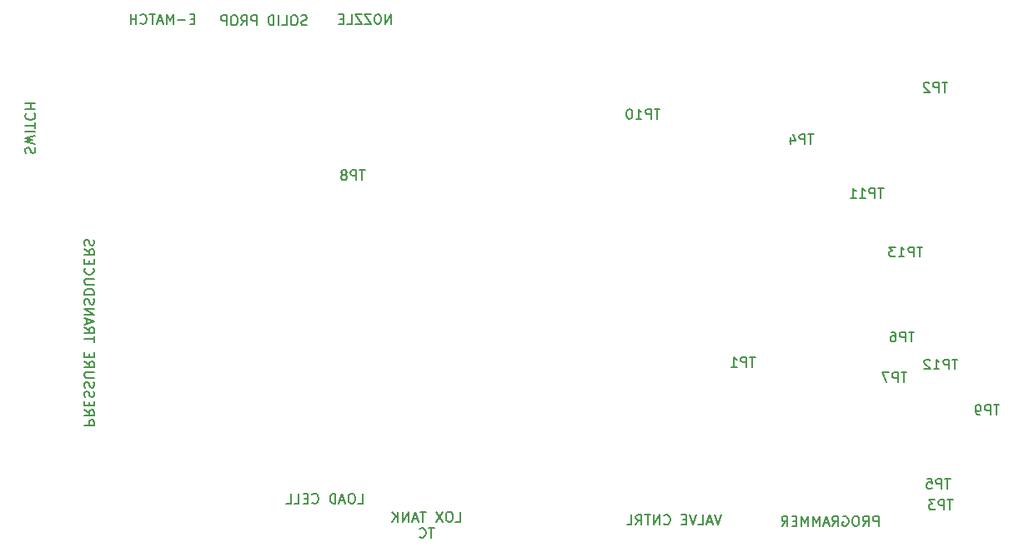
<source format=gbr>
%TF.GenerationSoftware,KiCad,Pcbnew,(6.0.5)*%
%TF.CreationDate,2022-05-28T08:12:23-07:00*%
%TF.ProjectId,Engine-Controller,456e6769-6e65-42d4-936f-6e74726f6c6c,1.0*%
%TF.SameCoordinates,Original*%
%TF.FileFunction,Legend,Bot*%
%TF.FilePolarity,Positive*%
%FSLAX46Y46*%
G04 Gerber Fmt 4.6, Leading zero omitted, Abs format (unit mm)*
G04 Created by KiCad (PCBNEW (6.0.5)) date 2022-05-28 08:12:23*
%MOMM*%
%LPD*%
G01*
G04 APERTURE LIST*
%ADD10C,0.203200*%
%ADD11C,0.150000*%
G04 APERTURE END LIST*
D10*
X87802961Y-111658400D02*
X87754580Y-111513257D01*
X87754580Y-111271352D01*
X87802961Y-111174590D01*
X87851342Y-111126209D01*
X87948104Y-111077828D01*
X88044866Y-111077828D01*
X88141628Y-111126209D01*
X88190009Y-111174590D01*
X88238390Y-111271352D01*
X88286771Y-111464876D01*
X88335152Y-111561638D01*
X88383533Y-111610019D01*
X88480295Y-111658400D01*
X88577057Y-111658400D01*
X88673819Y-111610019D01*
X88722200Y-111561638D01*
X88770580Y-111464876D01*
X88770580Y-111222971D01*
X88722200Y-111077828D01*
X88770580Y-110739161D02*
X87754580Y-110497257D01*
X88480295Y-110303733D01*
X87754580Y-110110209D01*
X88770580Y-109868304D01*
X87754580Y-109481257D02*
X88770580Y-109481257D01*
X88770580Y-109142590D02*
X88770580Y-108562019D01*
X87754580Y-108852304D02*
X88770580Y-108852304D01*
X87851342Y-107642780D02*
X87802961Y-107691161D01*
X87754580Y-107836304D01*
X87754580Y-107933066D01*
X87802961Y-108078209D01*
X87899723Y-108174971D01*
X87996485Y-108223352D01*
X88190009Y-108271733D01*
X88335152Y-108271733D01*
X88528676Y-108223352D01*
X88625438Y-108174971D01*
X88722200Y-108078209D01*
X88770580Y-107933066D01*
X88770580Y-107836304D01*
X88722200Y-107691161D01*
X88673819Y-107642780D01*
X87754580Y-107207352D02*
X88770580Y-107207352D01*
X88286771Y-107207352D02*
X88286771Y-106626780D01*
X87754580Y-106626780D02*
X88770580Y-106626780D01*
X121524485Y-147297019D02*
X122008295Y-147297019D01*
X122008295Y-146281019D01*
X120992295Y-146281019D02*
X120798771Y-146281019D01*
X120702009Y-146329400D01*
X120605247Y-146426161D01*
X120556866Y-146619685D01*
X120556866Y-146958352D01*
X120605247Y-147151876D01*
X120702009Y-147248638D01*
X120798771Y-147297019D01*
X120992295Y-147297019D01*
X121089057Y-147248638D01*
X121185819Y-147151876D01*
X121234200Y-146958352D01*
X121234200Y-146619685D01*
X121185819Y-146426161D01*
X121089057Y-146329400D01*
X120992295Y-146281019D01*
X120169819Y-147006733D02*
X119686009Y-147006733D01*
X120266580Y-147297019D02*
X119927914Y-146281019D01*
X119589247Y-147297019D01*
X119250580Y-147297019D02*
X119250580Y-146281019D01*
X119008676Y-146281019D01*
X118863533Y-146329400D01*
X118766771Y-146426161D01*
X118718390Y-146522923D01*
X118670009Y-146716447D01*
X118670009Y-146861590D01*
X118718390Y-147055114D01*
X118766771Y-147151876D01*
X118863533Y-147248638D01*
X119008676Y-147297019D01*
X119250580Y-147297019D01*
X116879914Y-147200257D02*
X116928295Y-147248638D01*
X117073438Y-147297019D01*
X117170200Y-147297019D01*
X117315342Y-147248638D01*
X117412104Y-147151876D01*
X117460485Y-147055114D01*
X117508866Y-146861590D01*
X117508866Y-146716447D01*
X117460485Y-146522923D01*
X117412104Y-146426161D01*
X117315342Y-146329400D01*
X117170200Y-146281019D01*
X117073438Y-146281019D01*
X116928295Y-146329400D01*
X116879914Y-146377780D01*
X116444485Y-146764828D02*
X116105819Y-146764828D01*
X115960676Y-147297019D02*
X116444485Y-147297019D01*
X116444485Y-146281019D01*
X115960676Y-146281019D01*
X115041438Y-147297019D02*
X115525247Y-147297019D01*
X115525247Y-146281019D01*
X114218961Y-147297019D02*
X114702771Y-147297019D01*
X114702771Y-146281019D01*
X174380676Y-149583019D02*
X174380676Y-148567019D01*
X173993628Y-148567019D01*
X173896866Y-148615400D01*
X173848485Y-148663780D01*
X173800104Y-148760542D01*
X173800104Y-148905685D01*
X173848485Y-149002447D01*
X173896866Y-149050828D01*
X173993628Y-149099209D01*
X174380676Y-149099209D01*
X172784104Y-149583019D02*
X173122771Y-149099209D01*
X173364676Y-149583019D02*
X173364676Y-148567019D01*
X172977628Y-148567019D01*
X172880866Y-148615400D01*
X172832485Y-148663780D01*
X172784104Y-148760542D01*
X172784104Y-148905685D01*
X172832485Y-149002447D01*
X172880866Y-149050828D01*
X172977628Y-149099209D01*
X173364676Y-149099209D01*
X172155152Y-148567019D02*
X171961628Y-148567019D01*
X171864866Y-148615400D01*
X171768104Y-148712161D01*
X171719723Y-148905685D01*
X171719723Y-149244352D01*
X171768104Y-149437876D01*
X171864866Y-149534638D01*
X171961628Y-149583019D01*
X172155152Y-149583019D01*
X172251914Y-149534638D01*
X172348676Y-149437876D01*
X172397057Y-149244352D01*
X172397057Y-148905685D01*
X172348676Y-148712161D01*
X172251914Y-148615400D01*
X172155152Y-148567019D01*
X170752104Y-148615400D02*
X170848866Y-148567019D01*
X170994009Y-148567019D01*
X171139152Y-148615400D01*
X171235914Y-148712161D01*
X171284295Y-148808923D01*
X171332676Y-149002447D01*
X171332676Y-149147590D01*
X171284295Y-149341114D01*
X171235914Y-149437876D01*
X171139152Y-149534638D01*
X170994009Y-149583019D01*
X170897247Y-149583019D01*
X170752104Y-149534638D01*
X170703723Y-149486257D01*
X170703723Y-149147590D01*
X170897247Y-149147590D01*
X169687723Y-149583019D02*
X170026390Y-149099209D01*
X170268295Y-149583019D02*
X170268295Y-148567019D01*
X169881247Y-148567019D01*
X169784485Y-148615400D01*
X169736104Y-148663780D01*
X169687723Y-148760542D01*
X169687723Y-148905685D01*
X169736104Y-149002447D01*
X169784485Y-149050828D01*
X169881247Y-149099209D01*
X170268295Y-149099209D01*
X169300676Y-149292733D02*
X168816866Y-149292733D01*
X169397438Y-149583019D02*
X169058771Y-148567019D01*
X168720104Y-149583019D01*
X168381438Y-149583019D02*
X168381438Y-148567019D01*
X168042771Y-149292733D01*
X167704104Y-148567019D01*
X167704104Y-149583019D01*
X167220295Y-149583019D02*
X167220295Y-148567019D01*
X166881628Y-149292733D01*
X166542961Y-148567019D01*
X166542961Y-149583019D01*
X166059152Y-149050828D02*
X165720485Y-149050828D01*
X165575342Y-149583019D02*
X166059152Y-149583019D01*
X166059152Y-148567019D01*
X165575342Y-148567019D01*
X164559342Y-149583019D02*
X164898009Y-149099209D01*
X165139914Y-149583019D02*
X165139914Y-148567019D01*
X164752866Y-148567019D01*
X164656104Y-148615400D01*
X164607723Y-148663780D01*
X164559342Y-148760542D01*
X164559342Y-148905685D01*
X164607723Y-149002447D01*
X164656104Y-149050828D01*
X164752866Y-149099209D01*
X165139914Y-149099209D01*
D11*
X104914295Y-97997971D02*
X104580961Y-97997971D01*
X104438104Y-98521780D02*
X104914295Y-98521780D01*
X104914295Y-97521780D01*
X104438104Y-97521780D01*
X104009533Y-98140828D02*
X103247628Y-98140828D01*
X102771438Y-98521780D02*
X102771438Y-97521780D01*
X102438104Y-98236066D01*
X102104771Y-97521780D01*
X102104771Y-98521780D01*
X101676200Y-98236066D02*
X101200009Y-98236066D01*
X101771438Y-98521780D02*
X101438104Y-97521780D01*
X101104771Y-98521780D01*
X100914295Y-97521780D02*
X100342866Y-97521780D01*
X100628580Y-98521780D02*
X100628580Y-97521780D01*
X99438104Y-98426542D02*
X99485723Y-98474161D01*
X99628580Y-98521780D01*
X99723819Y-98521780D01*
X99866676Y-98474161D01*
X99961914Y-98378923D01*
X100009533Y-98283685D01*
X100057152Y-98093209D01*
X100057152Y-97950352D01*
X100009533Y-97759876D01*
X99961914Y-97664638D01*
X99866676Y-97569400D01*
X99723819Y-97521780D01*
X99628580Y-97521780D01*
X99485723Y-97569400D01*
X99438104Y-97617019D01*
X99009533Y-98521780D02*
X99009533Y-97521780D01*
X99009533Y-97997971D02*
X98438104Y-97997971D01*
X98438104Y-98521780D02*
X98438104Y-97521780D01*
D10*
X131424438Y-149146139D02*
X131908247Y-149146139D01*
X131908247Y-148130139D01*
X130892247Y-148130139D02*
X130698723Y-148130139D01*
X130601961Y-148178520D01*
X130505200Y-148275281D01*
X130456819Y-148468805D01*
X130456819Y-148807472D01*
X130505200Y-149000996D01*
X130601961Y-149097758D01*
X130698723Y-149146139D01*
X130892247Y-149146139D01*
X130989009Y-149097758D01*
X131085771Y-149000996D01*
X131134152Y-148807472D01*
X131134152Y-148468805D01*
X131085771Y-148275281D01*
X130989009Y-148178520D01*
X130892247Y-148130139D01*
X130118152Y-148130139D02*
X129440819Y-149146139D01*
X129440819Y-148130139D02*
X130118152Y-149146139D01*
X128424819Y-148130139D02*
X127844247Y-148130139D01*
X128134533Y-149146139D02*
X128134533Y-148130139D01*
X127553961Y-148855853D02*
X127070152Y-148855853D01*
X127650723Y-149146139D02*
X127312057Y-148130139D01*
X126973390Y-149146139D01*
X126634723Y-149146139D02*
X126634723Y-148130139D01*
X126054152Y-149146139D01*
X126054152Y-148130139D01*
X125570342Y-149146139D02*
X125570342Y-148130139D01*
X124989771Y-149146139D02*
X125425200Y-148565567D01*
X124989771Y-148130139D02*
X125570342Y-148710710D01*
X129271485Y-149765899D02*
X128690914Y-149765899D01*
X128981200Y-150781899D02*
X128981200Y-149765899D01*
X127771676Y-150685137D02*
X127820057Y-150733518D01*
X127965200Y-150781899D01*
X128061961Y-150781899D01*
X128207104Y-150733518D01*
X128303866Y-150636756D01*
X128352247Y-150539994D01*
X128400628Y-150346470D01*
X128400628Y-150201327D01*
X128352247Y-150007803D01*
X128303866Y-149911041D01*
X128207104Y-149814280D01*
X128061961Y-149765899D01*
X127965200Y-149765899D01*
X127820057Y-149814280D01*
X127771676Y-149862660D01*
D11*
X124869247Y-98521780D02*
X124869247Y-97521780D01*
X124297819Y-98521780D01*
X124297819Y-97521780D01*
X123631152Y-97521780D02*
X123440676Y-97521780D01*
X123345438Y-97569400D01*
X123250200Y-97664638D01*
X123202580Y-97855114D01*
X123202580Y-98188447D01*
X123250200Y-98378923D01*
X123345438Y-98474161D01*
X123440676Y-98521780D01*
X123631152Y-98521780D01*
X123726390Y-98474161D01*
X123821628Y-98378923D01*
X123869247Y-98188447D01*
X123869247Y-97855114D01*
X123821628Y-97664638D01*
X123726390Y-97569400D01*
X123631152Y-97521780D01*
X122869247Y-97521780D02*
X122202580Y-97521780D01*
X122869247Y-98521780D01*
X122202580Y-98521780D01*
X121916866Y-97521780D02*
X121250200Y-97521780D01*
X121916866Y-98521780D01*
X121250200Y-98521780D01*
X120393057Y-98521780D02*
X120869247Y-98521780D01*
X120869247Y-97521780D01*
X120059723Y-97997971D02*
X119726390Y-97997971D01*
X119583533Y-98521780D02*
X120059723Y-98521780D01*
X120059723Y-97521780D01*
X119583533Y-97521780D01*
X116320342Y-98601161D02*
X116177485Y-98648780D01*
X115939390Y-98648780D01*
X115844152Y-98601161D01*
X115796533Y-98553542D01*
X115748914Y-98458304D01*
X115748914Y-98363066D01*
X115796533Y-98267828D01*
X115844152Y-98220209D01*
X115939390Y-98172590D01*
X116129866Y-98124971D01*
X116225104Y-98077352D01*
X116272723Y-98029733D01*
X116320342Y-97934495D01*
X116320342Y-97839257D01*
X116272723Y-97744019D01*
X116225104Y-97696400D01*
X116129866Y-97648780D01*
X115891771Y-97648780D01*
X115748914Y-97696400D01*
X115129866Y-97648780D02*
X114939390Y-97648780D01*
X114844152Y-97696400D01*
X114748914Y-97791638D01*
X114701295Y-97982114D01*
X114701295Y-98315447D01*
X114748914Y-98505923D01*
X114844152Y-98601161D01*
X114939390Y-98648780D01*
X115129866Y-98648780D01*
X115225104Y-98601161D01*
X115320342Y-98505923D01*
X115367961Y-98315447D01*
X115367961Y-97982114D01*
X115320342Y-97791638D01*
X115225104Y-97696400D01*
X115129866Y-97648780D01*
X113796533Y-98648780D02*
X114272723Y-98648780D01*
X114272723Y-97648780D01*
X113463200Y-98648780D02*
X113463200Y-97648780D01*
X112987009Y-98648780D02*
X112987009Y-97648780D01*
X112748914Y-97648780D01*
X112606057Y-97696400D01*
X112510819Y-97791638D01*
X112463200Y-97886876D01*
X112415580Y-98077352D01*
X112415580Y-98220209D01*
X112463200Y-98410685D01*
X112510819Y-98505923D01*
X112606057Y-98601161D01*
X112748914Y-98648780D01*
X112987009Y-98648780D01*
X111225104Y-98648780D02*
X111225104Y-97648780D01*
X110844152Y-97648780D01*
X110748914Y-97696400D01*
X110701295Y-97744019D01*
X110653676Y-97839257D01*
X110653676Y-97982114D01*
X110701295Y-98077352D01*
X110748914Y-98124971D01*
X110844152Y-98172590D01*
X111225104Y-98172590D01*
X109653676Y-98648780D02*
X109987009Y-98172590D01*
X110225104Y-98648780D02*
X110225104Y-97648780D01*
X109844152Y-97648780D01*
X109748914Y-97696400D01*
X109701295Y-97744019D01*
X109653676Y-97839257D01*
X109653676Y-97982114D01*
X109701295Y-98077352D01*
X109748914Y-98124971D01*
X109844152Y-98172590D01*
X110225104Y-98172590D01*
X109034628Y-97648780D02*
X108844152Y-97648780D01*
X108748914Y-97696400D01*
X108653676Y-97791638D01*
X108606057Y-97982114D01*
X108606057Y-98315447D01*
X108653676Y-98505923D01*
X108748914Y-98601161D01*
X108844152Y-98648780D01*
X109034628Y-98648780D01*
X109129866Y-98601161D01*
X109225104Y-98505923D01*
X109272723Y-98315447D01*
X109272723Y-97982114D01*
X109225104Y-97791638D01*
X109129866Y-97696400D01*
X109034628Y-97648780D01*
X108177485Y-98648780D02*
X108177485Y-97648780D01*
X107796533Y-97648780D01*
X107701295Y-97696400D01*
X107653676Y-97744019D01*
X107606057Y-97839257D01*
X107606057Y-97982114D01*
X107653676Y-98077352D01*
X107701295Y-98124971D01*
X107796533Y-98172590D01*
X108177485Y-98172590D01*
D10*
X158433104Y-148440019D02*
X158094438Y-149456019D01*
X157755771Y-148440019D01*
X157465485Y-149165733D02*
X156981676Y-149165733D01*
X157562247Y-149456019D02*
X157223580Y-148440019D01*
X156884914Y-149456019D01*
X156062438Y-149456019D02*
X156546247Y-149456019D01*
X156546247Y-148440019D01*
X155868914Y-148440019D02*
X155530247Y-149456019D01*
X155191580Y-148440019D01*
X154852914Y-148923828D02*
X154514247Y-148923828D01*
X154369104Y-149456019D02*
X154852914Y-149456019D01*
X154852914Y-148440019D01*
X154369104Y-148440019D01*
X152579009Y-149359257D02*
X152627390Y-149407638D01*
X152772533Y-149456019D01*
X152869295Y-149456019D01*
X153014438Y-149407638D01*
X153111200Y-149310876D01*
X153159580Y-149214114D01*
X153207961Y-149020590D01*
X153207961Y-148875447D01*
X153159580Y-148681923D01*
X153111200Y-148585161D01*
X153014438Y-148488400D01*
X152869295Y-148440019D01*
X152772533Y-148440019D01*
X152627390Y-148488400D01*
X152579009Y-148536780D01*
X152143580Y-149456019D02*
X152143580Y-148440019D01*
X151563009Y-149456019D01*
X151563009Y-148440019D01*
X151224342Y-148440019D02*
X150643771Y-148440019D01*
X150934057Y-149456019D02*
X150934057Y-148440019D01*
X149724533Y-149456019D02*
X150063200Y-148972209D01*
X150305104Y-149456019D02*
X150305104Y-148440019D01*
X149918057Y-148440019D01*
X149821295Y-148488400D01*
X149772914Y-148536780D01*
X149724533Y-148633542D01*
X149724533Y-148778685D01*
X149772914Y-148875447D01*
X149821295Y-148923828D01*
X149918057Y-148972209D01*
X150305104Y-148972209D01*
X148805295Y-149456019D02*
X149289104Y-149456019D01*
X149289104Y-148440019D01*
X93723580Y-139380685D02*
X94739580Y-139380685D01*
X94739580Y-138993638D01*
X94691200Y-138896876D01*
X94642819Y-138848495D01*
X94546057Y-138800114D01*
X94400914Y-138800114D01*
X94304152Y-138848495D01*
X94255771Y-138896876D01*
X94207390Y-138993638D01*
X94207390Y-139380685D01*
X93723580Y-137784114D02*
X94207390Y-138122780D01*
X93723580Y-138364685D02*
X94739580Y-138364685D01*
X94739580Y-137977638D01*
X94691200Y-137880876D01*
X94642819Y-137832495D01*
X94546057Y-137784114D01*
X94400914Y-137784114D01*
X94304152Y-137832495D01*
X94255771Y-137880876D01*
X94207390Y-137977638D01*
X94207390Y-138364685D01*
X94255771Y-137348685D02*
X94255771Y-137010019D01*
X93723580Y-136864876D02*
X93723580Y-137348685D01*
X94739580Y-137348685D01*
X94739580Y-136864876D01*
X93771961Y-136477828D02*
X93723580Y-136332685D01*
X93723580Y-136090780D01*
X93771961Y-135994019D01*
X93820342Y-135945638D01*
X93917104Y-135897257D01*
X94013866Y-135897257D01*
X94110628Y-135945638D01*
X94159009Y-135994019D01*
X94207390Y-136090780D01*
X94255771Y-136284304D01*
X94304152Y-136381066D01*
X94352533Y-136429447D01*
X94449295Y-136477828D01*
X94546057Y-136477828D01*
X94642819Y-136429447D01*
X94691200Y-136381066D01*
X94739580Y-136284304D01*
X94739580Y-136042400D01*
X94691200Y-135897257D01*
X93771961Y-135510209D02*
X93723580Y-135365066D01*
X93723580Y-135123161D01*
X93771961Y-135026400D01*
X93820342Y-134978019D01*
X93917104Y-134929638D01*
X94013866Y-134929638D01*
X94110628Y-134978019D01*
X94159009Y-135026400D01*
X94207390Y-135123161D01*
X94255771Y-135316685D01*
X94304152Y-135413447D01*
X94352533Y-135461828D01*
X94449295Y-135510209D01*
X94546057Y-135510209D01*
X94642819Y-135461828D01*
X94691200Y-135413447D01*
X94739580Y-135316685D01*
X94739580Y-135074780D01*
X94691200Y-134929638D01*
X94739580Y-134494209D02*
X93917104Y-134494209D01*
X93820342Y-134445828D01*
X93771961Y-134397447D01*
X93723580Y-134300685D01*
X93723580Y-134107161D01*
X93771961Y-134010400D01*
X93820342Y-133962019D01*
X93917104Y-133913638D01*
X94739580Y-133913638D01*
X93723580Y-132849257D02*
X94207390Y-133187923D01*
X93723580Y-133429828D02*
X94739580Y-133429828D01*
X94739580Y-133042780D01*
X94691200Y-132946019D01*
X94642819Y-132897638D01*
X94546057Y-132849257D01*
X94400914Y-132849257D01*
X94304152Y-132897638D01*
X94255771Y-132946019D01*
X94207390Y-133042780D01*
X94207390Y-133429828D01*
X94255771Y-132413828D02*
X94255771Y-132075161D01*
X93723580Y-131930019D02*
X93723580Y-132413828D01*
X94739580Y-132413828D01*
X94739580Y-131930019D01*
X94739580Y-130865638D02*
X94739580Y-130285066D01*
X93723580Y-130575352D02*
X94739580Y-130575352D01*
X93723580Y-129365828D02*
X94207390Y-129704495D01*
X93723580Y-129946400D02*
X94739580Y-129946400D01*
X94739580Y-129559352D01*
X94691200Y-129462590D01*
X94642819Y-129414209D01*
X94546057Y-129365828D01*
X94400914Y-129365828D01*
X94304152Y-129414209D01*
X94255771Y-129462590D01*
X94207390Y-129559352D01*
X94207390Y-129946400D01*
X94013866Y-128978780D02*
X94013866Y-128494971D01*
X93723580Y-129075542D02*
X94739580Y-128736876D01*
X93723580Y-128398209D01*
X93723580Y-128059542D02*
X94739580Y-128059542D01*
X93723580Y-127478971D01*
X94739580Y-127478971D01*
X93771961Y-127043542D02*
X93723580Y-126898400D01*
X93723580Y-126656495D01*
X93771961Y-126559733D01*
X93820342Y-126511352D01*
X93917104Y-126462971D01*
X94013866Y-126462971D01*
X94110628Y-126511352D01*
X94159009Y-126559733D01*
X94207390Y-126656495D01*
X94255771Y-126850019D01*
X94304152Y-126946780D01*
X94352533Y-126995161D01*
X94449295Y-127043542D01*
X94546057Y-127043542D01*
X94642819Y-126995161D01*
X94691200Y-126946780D01*
X94739580Y-126850019D01*
X94739580Y-126608114D01*
X94691200Y-126462971D01*
X93723580Y-126027542D02*
X94739580Y-126027542D01*
X94739580Y-125785638D01*
X94691200Y-125640495D01*
X94594438Y-125543733D01*
X94497676Y-125495352D01*
X94304152Y-125446971D01*
X94159009Y-125446971D01*
X93965485Y-125495352D01*
X93868723Y-125543733D01*
X93771961Y-125640495D01*
X93723580Y-125785638D01*
X93723580Y-126027542D01*
X94739580Y-125011542D02*
X93917104Y-125011542D01*
X93820342Y-124963161D01*
X93771961Y-124914780D01*
X93723580Y-124818019D01*
X93723580Y-124624495D01*
X93771961Y-124527733D01*
X93820342Y-124479352D01*
X93917104Y-124430971D01*
X94739580Y-124430971D01*
X93820342Y-123366590D02*
X93771961Y-123414971D01*
X93723580Y-123560114D01*
X93723580Y-123656876D01*
X93771961Y-123802019D01*
X93868723Y-123898780D01*
X93965485Y-123947161D01*
X94159009Y-123995542D01*
X94304152Y-123995542D01*
X94497676Y-123947161D01*
X94594438Y-123898780D01*
X94691200Y-123802019D01*
X94739580Y-123656876D01*
X94739580Y-123560114D01*
X94691200Y-123414971D01*
X94642819Y-123366590D01*
X94255771Y-122931161D02*
X94255771Y-122592495D01*
X93723580Y-122447352D02*
X93723580Y-122931161D01*
X94739580Y-122931161D01*
X94739580Y-122447352D01*
X93723580Y-121431352D02*
X94207390Y-121770019D01*
X93723580Y-122011923D02*
X94739580Y-122011923D01*
X94739580Y-121624876D01*
X94691200Y-121528114D01*
X94642819Y-121479733D01*
X94546057Y-121431352D01*
X94400914Y-121431352D01*
X94304152Y-121479733D01*
X94255771Y-121528114D01*
X94207390Y-121624876D01*
X94207390Y-122011923D01*
X93771961Y-121044304D02*
X93723580Y-120899161D01*
X93723580Y-120657257D01*
X93771961Y-120560495D01*
X93820342Y-120512114D01*
X93917104Y-120463733D01*
X94013866Y-120463733D01*
X94110628Y-120512114D01*
X94159009Y-120560495D01*
X94207390Y-120657257D01*
X94255771Y-120850780D01*
X94304152Y-120947542D01*
X94352533Y-120995923D01*
X94449295Y-121044304D01*
X94546057Y-121044304D01*
X94642819Y-120995923D01*
X94691200Y-120947542D01*
X94739580Y-120850780D01*
X94739580Y-120608876D01*
X94691200Y-120463733D01*
D11*
%TO.C,TP1*%
X161866104Y-132395980D02*
X161294676Y-132395980D01*
X161580390Y-133395980D02*
X161580390Y-132395980D01*
X160961342Y-133395980D02*
X160961342Y-132395980D01*
X160580390Y-132395980D01*
X160485152Y-132443600D01*
X160437533Y-132491219D01*
X160389914Y-132586457D01*
X160389914Y-132729314D01*
X160437533Y-132824552D01*
X160485152Y-132872171D01*
X160580390Y-132919790D01*
X160961342Y-132919790D01*
X159437533Y-133395980D02*
X160008961Y-133395980D01*
X159723247Y-133395980D02*
X159723247Y-132395980D01*
X159818485Y-132538838D01*
X159913723Y-132634076D01*
X160008961Y-132681695D01*
%TO.C,TP3*%
X181932104Y-146924780D02*
X181360676Y-146924780D01*
X181646390Y-147924780D02*
X181646390Y-146924780D01*
X181027342Y-147924780D02*
X181027342Y-146924780D01*
X180646390Y-146924780D01*
X180551152Y-146972400D01*
X180503533Y-147020019D01*
X180455914Y-147115257D01*
X180455914Y-147258114D01*
X180503533Y-147353352D01*
X180551152Y-147400971D01*
X180646390Y-147448590D01*
X181027342Y-147448590D01*
X180122580Y-146924780D02*
X179503533Y-146924780D01*
X179836866Y-147305733D01*
X179694009Y-147305733D01*
X179598771Y-147353352D01*
X179551152Y-147400971D01*
X179503533Y-147496209D01*
X179503533Y-147734304D01*
X179551152Y-147829542D01*
X179598771Y-147877161D01*
X179694009Y-147924780D01*
X179979723Y-147924780D01*
X180074961Y-147877161D01*
X180122580Y-147829542D01*
%TO.C,TP4*%
X167797004Y-109739180D02*
X167225576Y-109739180D01*
X167511290Y-110739180D02*
X167511290Y-109739180D01*
X166892242Y-110739180D02*
X166892242Y-109739180D01*
X166511290Y-109739180D01*
X166416052Y-109786800D01*
X166368433Y-109834419D01*
X166320814Y-109929657D01*
X166320814Y-110072514D01*
X166368433Y-110167752D01*
X166416052Y-110215371D01*
X166511290Y-110262990D01*
X166892242Y-110262990D01*
X165463671Y-110072514D02*
X165463671Y-110739180D01*
X165701766Y-109691561D02*
X165939861Y-110405847D01*
X165320814Y-110405847D01*
%TO.C,TP5*%
X181678104Y-144765780D02*
X181106676Y-144765780D01*
X181392390Y-145765780D02*
X181392390Y-144765780D01*
X180773342Y-145765780D02*
X180773342Y-144765780D01*
X180392390Y-144765780D01*
X180297152Y-144813400D01*
X180249533Y-144861019D01*
X180201914Y-144956257D01*
X180201914Y-145099114D01*
X180249533Y-145194352D01*
X180297152Y-145241971D01*
X180392390Y-145289590D01*
X180773342Y-145289590D01*
X179297152Y-144765780D02*
X179773342Y-144765780D01*
X179820961Y-145241971D01*
X179773342Y-145194352D01*
X179678104Y-145146733D01*
X179440009Y-145146733D01*
X179344771Y-145194352D01*
X179297152Y-145241971D01*
X179249533Y-145337209D01*
X179249533Y-145575304D01*
X179297152Y-145670542D01*
X179344771Y-145718161D01*
X179440009Y-145765780D01*
X179678104Y-145765780D01*
X179773342Y-145718161D01*
X179820961Y-145670542D01*
%TO.C,TP10*%
X152182295Y-107173780D02*
X151610866Y-107173780D01*
X151896580Y-108173780D02*
X151896580Y-107173780D01*
X151277533Y-108173780D02*
X151277533Y-107173780D01*
X150896580Y-107173780D01*
X150801342Y-107221400D01*
X150753723Y-107269019D01*
X150706104Y-107364257D01*
X150706104Y-107507114D01*
X150753723Y-107602352D01*
X150801342Y-107649971D01*
X150896580Y-107697590D01*
X151277533Y-107697590D01*
X149753723Y-108173780D02*
X150325152Y-108173780D01*
X150039438Y-108173780D02*
X150039438Y-107173780D01*
X150134676Y-107316638D01*
X150229914Y-107411876D01*
X150325152Y-107459495D01*
X149134676Y-107173780D02*
X149039438Y-107173780D01*
X148944200Y-107221400D01*
X148896580Y-107269019D01*
X148848961Y-107364257D01*
X148801342Y-107554733D01*
X148801342Y-107792828D01*
X148848961Y-107983304D01*
X148896580Y-108078542D01*
X148944200Y-108126161D01*
X149039438Y-108173780D01*
X149134676Y-108173780D01*
X149229914Y-108126161D01*
X149277533Y-108078542D01*
X149325152Y-107983304D01*
X149372771Y-107792828D01*
X149372771Y-107554733D01*
X149325152Y-107364257D01*
X149277533Y-107269019D01*
X149229914Y-107221400D01*
X149134676Y-107173780D01*
%TO.C,TP2*%
X181386004Y-104443280D02*
X180814576Y-104443280D01*
X181100290Y-105443280D02*
X181100290Y-104443280D01*
X180481242Y-105443280D02*
X180481242Y-104443280D01*
X180100290Y-104443280D01*
X180005052Y-104490900D01*
X179957433Y-104538519D01*
X179909814Y-104633757D01*
X179909814Y-104776614D01*
X179957433Y-104871852D01*
X180005052Y-104919471D01*
X180100290Y-104967090D01*
X180481242Y-104967090D01*
X179528861Y-104538519D02*
X179481242Y-104490900D01*
X179386004Y-104443280D01*
X179147909Y-104443280D01*
X179052671Y-104490900D01*
X179005052Y-104538519D01*
X178957433Y-104633757D01*
X178957433Y-104728995D01*
X179005052Y-104871852D01*
X179576480Y-105443280D01*
X178957433Y-105443280D01*
%TO.C,TP11*%
X174902595Y-115212880D02*
X174331166Y-115212880D01*
X174616880Y-116212880D02*
X174616880Y-115212880D01*
X173997833Y-116212880D02*
X173997833Y-115212880D01*
X173616880Y-115212880D01*
X173521642Y-115260500D01*
X173474023Y-115308119D01*
X173426404Y-115403357D01*
X173426404Y-115546214D01*
X173474023Y-115641452D01*
X173521642Y-115689071D01*
X173616880Y-115736690D01*
X173997833Y-115736690D01*
X172474023Y-116212880D02*
X173045452Y-116212880D01*
X172759738Y-116212880D02*
X172759738Y-115212880D01*
X172854976Y-115355738D01*
X172950214Y-115450976D01*
X173045452Y-115498595D01*
X171521642Y-116212880D02*
X172093071Y-116212880D01*
X171807357Y-116212880D02*
X171807357Y-115212880D01*
X171902595Y-115355738D01*
X171997833Y-115450976D01*
X172093071Y-115498595D01*
%TO.C,TP8*%
X122242104Y-113396780D02*
X121670676Y-113396780D01*
X121956390Y-114396780D02*
X121956390Y-113396780D01*
X121337342Y-114396780D02*
X121337342Y-113396780D01*
X120956390Y-113396780D01*
X120861152Y-113444400D01*
X120813533Y-113492019D01*
X120765914Y-113587257D01*
X120765914Y-113730114D01*
X120813533Y-113825352D01*
X120861152Y-113872971D01*
X120956390Y-113920590D01*
X121337342Y-113920590D01*
X120194485Y-113825352D02*
X120289723Y-113777733D01*
X120337342Y-113730114D01*
X120384961Y-113634876D01*
X120384961Y-113587257D01*
X120337342Y-113492019D01*
X120289723Y-113444400D01*
X120194485Y-113396780D01*
X120004009Y-113396780D01*
X119908771Y-113444400D01*
X119861152Y-113492019D01*
X119813533Y-113587257D01*
X119813533Y-113634876D01*
X119861152Y-113730114D01*
X119908771Y-113777733D01*
X120004009Y-113825352D01*
X120194485Y-113825352D01*
X120289723Y-113872971D01*
X120337342Y-113920590D01*
X120384961Y-114015828D01*
X120384961Y-114206304D01*
X120337342Y-114301542D01*
X120289723Y-114349161D01*
X120194485Y-114396780D01*
X120004009Y-114396780D01*
X119908771Y-114349161D01*
X119861152Y-114301542D01*
X119813533Y-114206304D01*
X119813533Y-114015828D01*
X119861152Y-113920590D01*
X119908771Y-113872971D01*
X120004009Y-113825352D01*
%TO.C,TP9*%
X186631104Y-137272780D02*
X186059676Y-137272780D01*
X186345390Y-138272780D02*
X186345390Y-137272780D01*
X185726342Y-138272780D02*
X185726342Y-137272780D01*
X185345390Y-137272780D01*
X185250152Y-137320400D01*
X185202533Y-137368019D01*
X185154914Y-137463257D01*
X185154914Y-137606114D01*
X185202533Y-137701352D01*
X185250152Y-137748971D01*
X185345390Y-137796590D01*
X185726342Y-137796590D01*
X184678723Y-138272780D02*
X184488247Y-138272780D01*
X184393009Y-138225161D01*
X184345390Y-138177542D01*
X184250152Y-138034685D01*
X184202533Y-137844209D01*
X184202533Y-137463257D01*
X184250152Y-137368019D01*
X184297771Y-137320400D01*
X184393009Y-137272780D01*
X184583485Y-137272780D01*
X184678723Y-137320400D01*
X184726342Y-137368019D01*
X184773961Y-137463257D01*
X184773961Y-137701352D01*
X184726342Y-137796590D01*
X184678723Y-137844209D01*
X184583485Y-137891828D01*
X184393009Y-137891828D01*
X184297771Y-137844209D01*
X184250152Y-137796590D01*
X184202533Y-137701352D01*
%TO.C,TP13*%
X178852295Y-121194580D02*
X178280866Y-121194580D01*
X178566580Y-122194580D02*
X178566580Y-121194580D01*
X177947533Y-122194580D02*
X177947533Y-121194580D01*
X177566580Y-121194580D01*
X177471342Y-121242200D01*
X177423723Y-121289819D01*
X177376104Y-121385057D01*
X177376104Y-121527914D01*
X177423723Y-121623152D01*
X177471342Y-121670771D01*
X177566580Y-121718390D01*
X177947533Y-121718390D01*
X176423723Y-122194580D02*
X176995152Y-122194580D01*
X176709438Y-122194580D02*
X176709438Y-121194580D01*
X176804676Y-121337438D01*
X176899914Y-121432676D01*
X176995152Y-121480295D01*
X176090390Y-121194580D02*
X175471342Y-121194580D01*
X175804676Y-121575533D01*
X175661819Y-121575533D01*
X175566580Y-121623152D01*
X175518961Y-121670771D01*
X175471342Y-121766009D01*
X175471342Y-122004104D01*
X175518961Y-122099342D01*
X175566580Y-122146961D01*
X175661819Y-122194580D01*
X175947533Y-122194580D01*
X176042771Y-122146961D01*
X176090390Y-122099342D01*
%TO.C,TP6*%
X177995104Y-129830580D02*
X177423676Y-129830580D01*
X177709390Y-130830580D02*
X177709390Y-129830580D01*
X177090342Y-130830580D02*
X177090342Y-129830580D01*
X176709390Y-129830580D01*
X176614152Y-129878200D01*
X176566533Y-129925819D01*
X176518914Y-130021057D01*
X176518914Y-130163914D01*
X176566533Y-130259152D01*
X176614152Y-130306771D01*
X176709390Y-130354390D01*
X177090342Y-130354390D01*
X175661771Y-129830580D02*
X175852247Y-129830580D01*
X175947485Y-129878200D01*
X175995104Y-129925819D01*
X176090342Y-130068676D01*
X176137961Y-130259152D01*
X176137961Y-130640104D01*
X176090342Y-130735342D01*
X176042723Y-130782961D01*
X175947485Y-130830580D01*
X175757009Y-130830580D01*
X175661771Y-130782961D01*
X175614152Y-130735342D01*
X175566533Y-130640104D01*
X175566533Y-130402009D01*
X175614152Y-130306771D01*
X175661771Y-130259152D01*
X175757009Y-130211533D01*
X175947485Y-130211533D01*
X176042723Y-130259152D01*
X176090342Y-130306771D01*
X176137961Y-130402009D01*
%TO.C,TP7*%
X177233104Y-133970780D02*
X176661676Y-133970780D01*
X176947390Y-134970780D02*
X176947390Y-133970780D01*
X176328342Y-134970780D02*
X176328342Y-133970780D01*
X175947390Y-133970780D01*
X175852152Y-134018400D01*
X175804533Y-134066019D01*
X175756914Y-134161257D01*
X175756914Y-134304114D01*
X175804533Y-134399352D01*
X175852152Y-134446971D01*
X175947390Y-134494590D01*
X176328342Y-134494590D01*
X175423580Y-133970780D02*
X174756914Y-133970780D01*
X175185485Y-134970780D01*
%TO.C,TP12*%
X182408295Y-132624580D02*
X181836866Y-132624580D01*
X182122580Y-133624580D02*
X182122580Y-132624580D01*
X181503533Y-133624580D02*
X181503533Y-132624580D01*
X181122580Y-132624580D01*
X181027342Y-132672200D01*
X180979723Y-132719819D01*
X180932104Y-132815057D01*
X180932104Y-132957914D01*
X180979723Y-133053152D01*
X181027342Y-133100771D01*
X181122580Y-133148390D01*
X181503533Y-133148390D01*
X179979723Y-133624580D02*
X180551152Y-133624580D01*
X180265438Y-133624580D02*
X180265438Y-132624580D01*
X180360676Y-132767438D01*
X180455914Y-132862676D01*
X180551152Y-132910295D01*
X179598771Y-132719819D02*
X179551152Y-132672200D01*
X179455914Y-132624580D01*
X179217819Y-132624580D01*
X179122580Y-132672200D01*
X179074961Y-132719819D01*
X179027342Y-132815057D01*
X179027342Y-132910295D01*
X179074961Y-133053152D01*
X179646390Y-133624580D01*
X179027342Y-133624580D01*
%TD*%
M02*

</source>
